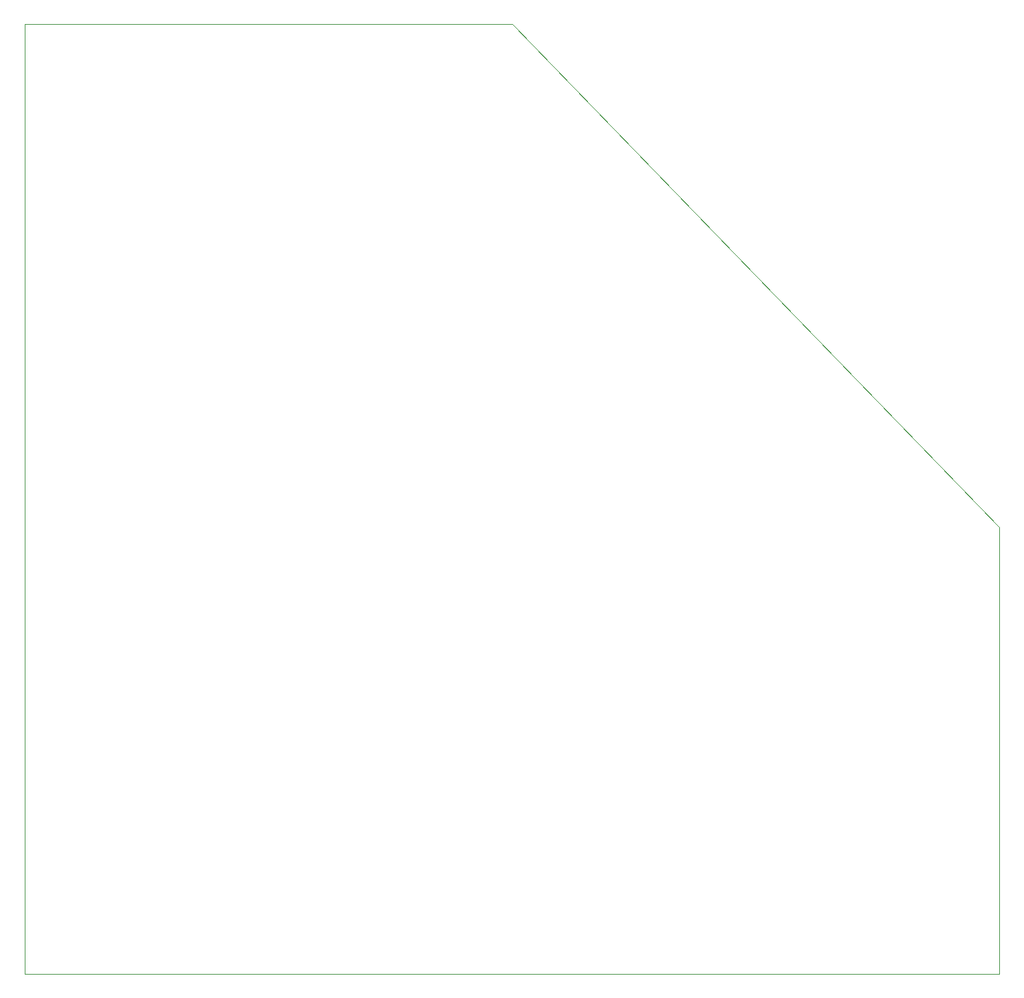
<source format=gbr>
%TF.GenerationSoftware,KiCad,Pcbnew,(6.0.7)*%
%TF.CreationDate,2023-01-08T18:55:16-06:00*%
%TF.ProjectId,Master Switch Enclosure Board,4d617374-6572-4205-9377-697463682045,rev?*%
%TF.SameCoordinates,Original*%
%TF.FileFunction,Profile,NP*%
%FSLAX46Y46*%
G04 Gerber Fmt 4.6, Leading zero omitted, Abs format (unit mm)*
G04 Created by KiCad (PCBNEW (6.0.7)) date 2023-01-08 18:55:16*
%MOMM*%
%LPD*%
G01*
G04 APERTURE LIST*
%TA.AperFunction,Profile*%
%ADD10C,0.100000*%
%TD*%
G04 APERTURE END LIST*
D10*
X110000000Y-50000000D02*
X170000000Y-112000000D01*
X50000000Y-167000000D02*
X50000000Y-50000000D01*
X110000000Y-50000000D02*
X50000000Y-50000000D01*
X170000000Y-167000000D02*
X50000000Y-167000000D01*
X170000000Y-112000000D02*
X170000000Y-167000000D01*
M02*

</source>
